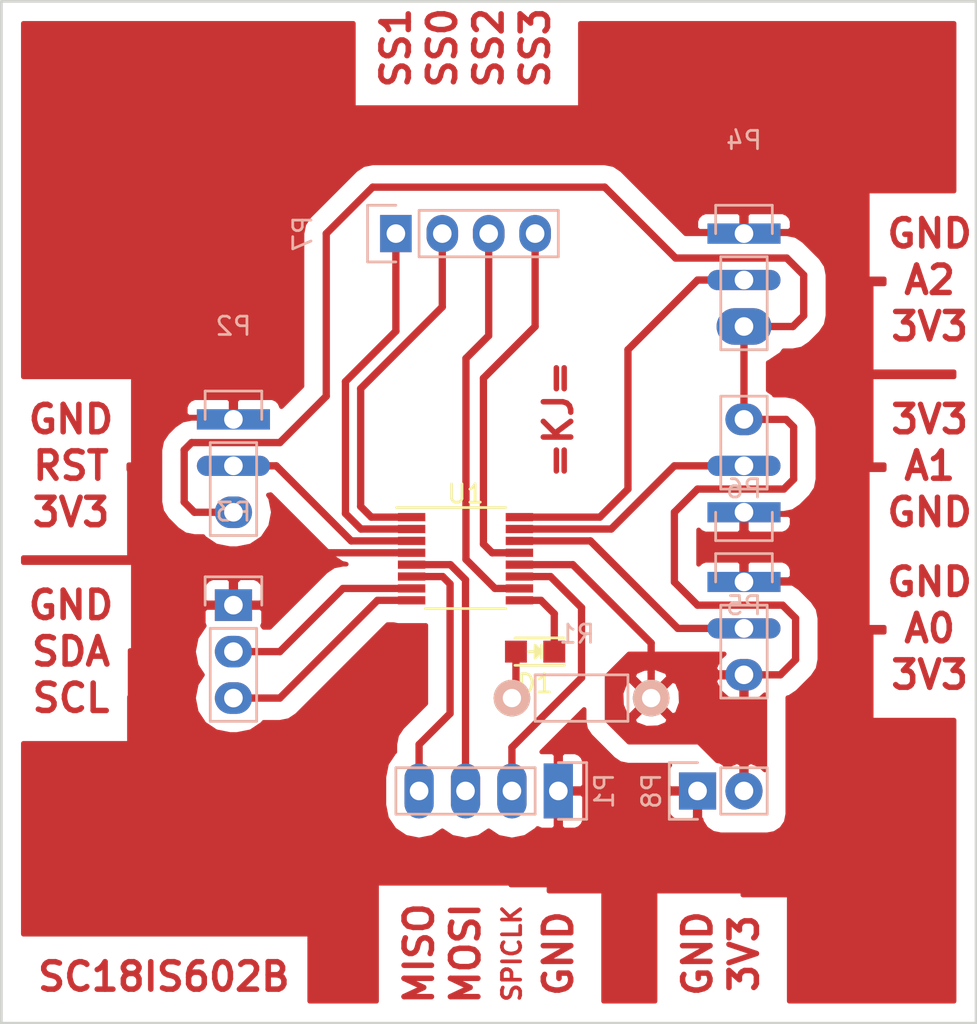
<source format=kicad_pcb>
(kicad_pcb (version 4) (host pcbnew 4.0.4+e1-6308~48~ubuntu16.04.1-stable)

  (general
    (links 28)
    (no_connects 0)
    (area 154.864999 73.584999 208.355001 129.615001)
    (thickness 1.6)
    (drawings 31)
    (tracks 106)
    (zones 0)
    (modules 11)
    (nets 18)
  )

  (page A4)
  (layers
    (0 F.Cu signal)
    (31 B.Cu signal)
    (32 B.Adhes user)
    (33 F.Adhes user)
    (34 B.Paste user)
    (35 F.Paste user)
    (36 B.SilkS user)
    (37 F.SilkS user)
    (38 B.Mask user)
    (39 F.Mask user)
    (40 Dwgs.User user)
    (41 Cmts.User user)
    (42 Eco1.User user)
    (43 Eco2.User user)
    (44 Edge.Cuts user)
    (45 Margin user)
    (46 B.CrtYd user)
    (47 F.CrtYd user)
    (48 B.Fab user)
    (49 F.Fab user)
  )

  (setup
    (last_trace_width 0.4)
    (user_trace_width 0.4)
    (user_trace_width 0.5)
    (user_trace_width 0.6)
    (user_trace_width 0.7)
    (trace_clearance 0.2)
    (zone_clearance 0.508)
    (zone_45_only no)
    (trace_min 0.2)
    (segment_width 0.2)
    (edge_width 0.15)
    (via_size 0.6)
    (via_drill 0.4)
    (via_min_size 0.4)
    (via_min_drill 0.3)
    (uvia_size 0.3)
    (uvia_drill 0.1)
    (uvias_allowed no)
    (uvia_min_size 0.2)
    (uvia_min_drill 0.1)
    (pcb_text_width 0.3)
    (pcb_text_size 1.5 1.5)
    (mod_edge_width 0.15)
    (mod_text_size 1 1)
    (mod_text_width 0.15)
    (pad_size 3 1.6)
    (pad_drill 1.016)
    (pad_to_mask_clearance 0.2)
    (aux_axis_origin 0 0)
    (visible_elements FFFCEF7F)
    (pcbplotparams
      (layerselection 0x01000_00000001)
      (usegerberextensions false)
      (excludeedgelayer true)
      (linewidth 0.100000)
      (plotframeref false)
      (viasonmask false)
      (mode 1)
      (useauxorigin false)
      (hpglpennumber 1)
      (hpglpenspeed 20)
      (hpglpendiameter 15)
      (hpglpenoverlay 2)
      (psnegative false)
      (psa4output false)
      (plotreference true)
      (plotvalue true)
      (plotinvisibletext false)
      (padsonsilk false)
      (subtractmaskfromsilk false)
      (outputformat 1)
      (mirror false)
      (drillshape 0)
      (scaleselection 1)
      (outputdirectory /media/mdh/KINGSTON/))
  )

  (net 0 "")
  (net 1 "Net-(D1-Pad2)")
  (net 2 GND)
  (net 3 +3V3)
  (net 4 /INT)
  (net 5 /Reset)
  (net 6 /SDA)
  (net 7 /SCL)
  (net 8 /A2)
  (net 9 /A1)
  (net 10 /A0)
  (net 11 /MISO)
  (net 12 /MOSI)
  (net 13 /SS1)
  (net 14 /SS0)
  (net 15 /SS3)
  (net 16 /SS2)
  (net 17 /SPICLK)

  (net_class Default "This is the default net class."
    (clearance 0.2)
    (trace_width 0.25)
    (via_dia 0.6)
    (via_drill 0.4)
    (uvia_dia 0.3)
    (uvia_drill 0.1)
    (add_net +3V3)
    (add_net /A0)
    (add_net /A1)
    (add_net /A2)
    (add_net /INT)
    (add_net /MISO)
    (add_net /MOSI)
    (add_net /Reset)
    (add_net /SCL)
    (add_net /SDA)
    (add_net /SPICLK)
    (add_net /SS0)
    (add_net /SS1)
    (add_net /SS2)
    (add_net /SS3)
    (add_net GND)
    (add_net "Net-(D1-Pad2)")
  )

  (module LEDs:LED_0805 (layer F.Cu) (tedit 55BDE1C2) (tstamp 5837FDF8)
    (at 184.15 109.22 180)
    (descr "LED 0805 smd package")
    (tags "LED 0805 SMD")
    (path /5837FAA8)
    (attr smd)
    (fp_text reference D1 (at 0 -1.75 180) (layer F.SilkS)
      (effects (font (size 1 1) (thickness 0.15)))
    )
    (fp_text value LED (at 0 1.75 180) (layer F.Fab)
      (effects (font (size 1 1) (thickness 0.15)))
    )
    (fp_line (start -0.4 -0.3) (end -0.4 0.3) (layer F.Fab) (width 0.15))
    (fp_line (start -0.3 0) (end 0 -0.3) (layer F.Fab) (width 0.15))
    (fp_line (start 0 0.3) (end -0.3 0) (layer F.Fab) (width 0.15))
    (fp_line (start 0 -0.3) (end 0 0.3) (layer F.Fab) (width 0.15))
    (fp_line (start 1 -0.6) (end -1 -0.6) (layer F.Fab) (width 0.15))
    (fp_line (start 1 0.6) (end 1 -0.6) (layer F.Fab) (width 0.15))
    (fp_line (start -1 0.6) (end 1 0.6) (layer F.Fab) (width 0.15))
    (fp_line (start -1 -0.6) (end -1 0.6) (layer F.Fab) (width 0.15))
    (fp_line (start -1.6 0.75) (end 1.1 0.75) (layer F.SilkS) (width 0.15))
    (fp_line (start -1.6 -0.75) (end 1.1 -0.75) (layer F.SilkS) (width 0.15))
    (fp_line (start -0.1 0.15) (end -0.1 -0.1) (layer F.SilkS) (width 0.15))
    (fp_line (start -0.1 -0.1) (end -0.25 0.05) (layer F.SilkS) (width 0.15))
    (fp_line (start -0.35 -0.35) (end -0.35 0.35) (layer F.SilkS) (width 0.15))
    (fp_line (start 0 0) (end 0.35 0) (layer F.SilkS) (width 0.15))
    (fp_line (start -0.35 0) (end 0 -0.35) (layer F.SilkS) (width 0.15))
    (fp_line (start 0 -0.35) (end 0 0.35) (layer F.SilkS) (width 0.15))
    (fp_line (start 0 0.35) (end -0.35 0) (layer F.SilkS) (width 0.15))
    (fp_line (start 1.9 -0.95) (end 1.9 0.95) (layer F.CrtYd) (width 0.05))
    (fp_line (start 1.9 0.95) (end -1.9 0.95) (layer F.CrtYd) (width 0.05))
    (fp_line (start -1.9 0.95) (end -1.9 -0.95) (layer F.CrtYd) (width 0.05))
    (fp_line (start -1.9 -0.95) (end 1.9 -0.95) (layer F.CrtYd) (width 0.05))
    (pad 2 smd rect (at 1.04902 0) (size 1.19888 1.19888) (layers F.Cu F.Paste F.Mask)
      (net 1 "Net-(D1-Pad2)"))
    (pad 1 smd rect (at -1.04902 0) (size 1.19888 1.19888) (layers F.Cu F.Paste F.Mask)
      (net 4 /INT))
    (model LEDs.3dshapes/LED_0805.wrl
      (at (xyz 0 0 0))
      (scale (xyz 1 1 1))
      (rotate (xyz 0 0 0))
    )
  )

  (module Pin_Headers:Pin_Header_Straight_1x02 (layer B.Cu) (tedit 54EA090C) (tstamp 5837FDFE)
    (at 193.04 116.84 270)
    (descr "Through hole pin header")
    (tags "pin header")
    (path /5838058D)
    (fp_text reference P1 (at 0 5.1 270) (layer B.SilkS)
      (effects (font (size 1 1) (thickness 0.15)) (justify mirror))
    )
    (fp_text value CONN_01X02 (at 0 3.1 270) (layer B.Fab)
      (effects (font (size 1 1) (thickness 0.15)) (justify mirror))
    )
    (fp_line (start 1.27 -1.27) (end 1.27 -3.81) (layer B.SilkS) (width 0.15))
    (fp_line (start 1.55 1.55) (end 1.55 0) (layer B.SilkS) (width 0.15))
    (fp_line (start -1.75 1.75) (end -1.75 -4.3) (layer B.CrtYd) (width 0.05))
    (fp_line (start 1.75 1.75) (end 1.75 -4.3) (layer B.CrtYd) (width 0.05))
    (fp_line (start -1.75 1.75) (end 1.75 1.75) (layer B.CrtYd) (width 0.05))
    (fp_line (start -1.75 -4.3) (end 1.75 -4.3) (layer B.CrtYd) (width 0.05))
    (fp_line (start 1.27 -1.27) (end -1.27 -1.27) (layer B.SilkS) (width 0.15))
    (fp_line (start -1.55 0) (end -1.55 1.55) (layer B.SilkS) (width 0.15))
    (fp_line (start -1.55 1.55) (end 1.55 1.55) (layer B.SilkS) (width 0.15))
    (fp_line (start -1.27 -1.27) (end -1.27 -3.81) (layer B.SilkS) (width 0.15))
    (fp_line (start -1.27 -3.81) (end 1.27 -3.81) (layer B.SilkS) (width 0.15))
    (pad 1 thru_hole rect (at 0 0 270) (size 2.032 2.032) (drill 1.016) (layers *.Cu *.Mask)
      (net 2 GND))
    (pad 2 thru_hole oval (at 0 -2.54 270) (size 2.032 2.032) (drill 1.016) (layers *.Cu *.Mask)
      (net 3 +3V3))
    (model Pin_Headers.3dshapes/Pin_Header_Straight_1x02.wrl
      (at (xyz 0 -0.05 0))
      (scale (xyz 1 1 1))
      (rotate (xyz 0 0 90))
    )
  )

  (module Pin_Headers:Pin_Header_Straight_1x03 (layer B.Cu) (tedit 5838088D) (tstamp 5837FE05)
    (at 167.64 96.52 180)
    (descr "Through hole pin header")
    (tags "pin header")
    (path /58380404)
    (fp_text reference P2 (at 0 5.1 180) (layer B.SilkS)
      (effects (font (size 1 1) (thickness 0.15)) (justify mirror))
    )
    (fp_text value CONN_01X03 (at 0 3.1 180) (layer B.Fab)
      (effects (font (size 1 1) (thickness 0.15)) (justify mirror))
    )
    (fp_line (start -1.75 1.75) (end -1.75 -6.85) (layer B.CrtYd) (width 0.05))
    (fp_line (start 1.75 1.75) (end 1.75 -6.85) (layer B.CrtYd) (width 0.05))
    (fp_line (start -1.75 1.75) (end 1.75 1.75) (layer B.CrtYd) (width 0.05))
    (fp_line (start -1.75 -6.85) (end 1.75 -6.85) (layer B.CrtYd) (width 0.05))
    (fp_line (start -1.27 -1.27) (end -1.27 -6.35) (layer B.SilkS) (width 0.15))
    (fp_line (start -1.27 -6.35) (end 1.27 -6.35) (layer B.SilkS) (width 0.15))
    (fp_line (start 1.27 -6.35) (end 1.27 -1.27) (layer B.SilkS) (width 0.15))
    (fp_line (start 1.55 1.55) (end 1.55 0) (layer B.SilkS) (width 0.15))
    (fp_line (start 1.27 -1.27) (end -1.27 -1.27) (layer B.SilkS) (width 0.15))
    (fp_line (start -1.55 0) (end -1.55 1.55) (layer B.SilkS) (width 0.15))
    (fp_line (start -1.55 1.55) (end 1.55 1.55) (layer B.SilkS) (width 0.15))
    (pad 1 thru_hole rect (at 0 0 180) (size 4 1.1) (drill 1.016) (layers *.Cu *.Mask)
      (net 2 GND))
    (pad 2 thru_hole oval (at 0 -2.54 180) (size 4 1.1) (drill 1.016) (layers *.Cu *.Mask)
      (net 5 /Reset))
    (pad 3 thru_hole oval (at 0 -5.08 180) (size 2.032 1.7272) (drill 1.016) (layers *.Cu *.Mask)
      (net 3 +3V3))
    (model Pin_Headers.3dshapes/Pin_Header_Straight_1x03.wrl
      (at (xyz 0 -0.1 0))
      (scale (xyz 1 1 1))
      (rotate (xyz 0 0 90))
    )
  )

  (module Pin_Headers:Pin_Header_Straight_1x03 (layer B.Cu) (tedit 0) (tstamp 5837FE0C)
    (at 167.64 106.68 180)
    (descr "Through hole pin header")
    (tags "pin header")
    (path /5837FD2E)
    (fp_text reference P3 (at 0 5.1 180) (layer B.SilkS)
      (effects (font (size 1 1) (thickness 0.15)) (justify mirror))
    )
    (fp_text value CONN_01X03 (at 0 3.1 180) (layer B.Fab)
      (effects (font (size 1 1) (thickness 0.15)) (justify mirror))
    )
    (fp_line (start -1.75 1.75) (end -1.75 -6.85) (layer B.CrtYd) (width 0.05))
    (fp_line (start 1.75 1.75) (end 1.75 -6.85) (layer B.CrtYd) (width 0.05))
    (fp_line (start -1.75 1.75) (end 1.75 1.75) (layer B.CrtYd) (width 0.05))
    (fp_line (start -1.75 -6.85) (end 1.75 -6.85) (layer B.CrtYd) (width 0.05))
    (fp_line (start -1.27 -1.27) (end -1.27 -6.35) (layer B.SilkS) (width 0.15))
    (fp_line (start -1.27 -6.35) (end 1.27 -6.35) (layer B.SilkS) (width 0.15))
    (fp_line (start 1.27 -6.35) (end 1.27 -1.27) (layer B.SilkS) (width 0.15))
    (fp_line (start 1.55 1.55) (end 1.55 0) (layer B.SilkS) (width 0.15))
    (fp_line (start 1.27 -1.27) (end -1.27 -1.27) (layer B.SilkS) (width 0.15))
    (fp_line (start -1.55 0) (end -1.55 1.55) (layer B.SilkS) (width 0.15))
    (fp_line (start -1.55 1.55) (end 1.55 1.55) (layer B.SilkS) (width 0.15))
    (pad 1 thru_hole rect (at 0 0 180) (size 2.032 1.7272) (drill 1.016) (layers *.Cu *.Mask)
      (net 2 GND))
    (pad 2 thru_hole oval (at 0 -2.54 180) (size 2.032 1.7272) (drill 1.016) (layers *.Cu *.Mask)
      (net 6 /SDA))
    (pad 3 thru_hole oval (at 0 -5.08 180) (size 2.032 1.7272) (drill 1.016) (layers *.Cu *.Mask)
      (net 7 /SCL))
    (model Pin_Headers.3dshapes/Pin_Header_Straight_1x03.wrl
      (at (xyz 0 -0.1 0))
      (scale (xyz 1 1 1))
      (rotate (xyz 0 0 90))
    )
  )

  (module Pin_Headers:Pin_Header_Straight_1x03 (layer B.Cu) (tedit 583808C8) (tstamp 5837FE13)
    (at 195.58 86.36 180)
    (descr "Through hole pin header")
    (tags "pin header")
    (path /5837FDF6)
    (fp_text reference P4 (at 0 5.1 180) (layer B.SilkS)
      (effects (font (size 1 1) (thickness 0.15)) (justify mirror))
    )
    (fp_text value CONN_01X03 (at 0 3.1 180) (layer B.Fab)
      (effects (font (size 1 1) (thickness 0.15)) (justify mirror))
    )
    (fp_line (start -1.75 1.75) (end -1.75 -6.85) (layer B.CrtYd) (width 0.05))
    (fp_line (start 1.75 1.75) (end 1.75 -6.85) (layer B.CrtYd) (width 0.05))
    (fp_line (start -1.75 1.75) (end 1.75 1.75) (layer B.CrtYd) (width 0.05))
    (fp_line (start -1.75 -6.85) (end 1.75 -6.85) (layer B.CrtYd) (width 0.05))
    (fp_line (start -1.27 -1.27) (end -1.27 -6.35) (layer B.SilkS) (width 0.15))
    (fp_line (start -1.27 -6.35) (end 1.27 -6.35) (layer B.SilkS) (width 0.15))
    (fp_line (start 1.27 -6.35) (end 1.27 -1.27) (layer B.SilkS) (width 0.15))
    (fp_line (start 1.55 1.55) (end 1.55 0) (layer B.SilkS) (width 0.15))
    (fp_line (start 1.27 -1.27) (end -1.27 -1.27) (layer B.SilkS) (width 0.15))
    (fp_line (start -1.55 0) (end -1.55 1.55) (layer B.SilkS) (width 0.15))
    (fp_line (start -1.55 1.55) (end 1.55 1.55) (layer B.SilkS) (width 0.15))
    (pad 1 thru_hole rect (at 0 0 180) (size 4 1.1) (drill 1.016) (layers *.Cu *.Mask)
      (net 2 GND))
    (pad 2 thru_hole oval (at 0 -2.54 180) (size 4 1.1) (drill 1.016) (layers *.Cu *.Mask)
      (net 8 /A2))
    (pad 3 thru_hole oval (at 0 -5.08 180) (size 3 2) (drill 1.016) (layers *.Cu *.Mask)
      (net 3 +3V3))
    (model Pin_Headers.3dshapes/Pin_Header_Straight_1x03.wrl
      (at (xyz 0 -0.1 0))
      (scale (xyz 1 1 1))
      (rotate (xyz 0 0 90))
    )
  )

  (module Pin_Headers:Pin_Header_Straight_1x03 (layer B.Cu) (tedit 58380826) (tstamp 5837FE1A)
    (at 195.58 101.6)
    (descr "Through hole pin header")
    (tags "pin header")
    (path /5837FE49)
    (fp_text reference P5 (at 0 5.1) (layer B.SilkS)
      (effects (font (size 1 1) (thickness 0.15)) (justify mirror))
    )
    (fp_text value CONN_01X03 (at 0 3.1) (layer B.Fab)
      (effects (font (size 1 1) (thickness 0.15)) (justify mirror))
    )
    (fp_line (start -1.75 1.75) (end -1.75 -6.85) (layer B.CrtYd) (width 0.05))
    (fp_line (start 1.75 1.75) (end 1.75 -6.85) (layer B.CrtYd) (width 0.05))
    (fp_line (start -1.75 1.75) (end 1.75 1.75) (layer B.CrtYd) (width 0.05))
    (fp_line (start -1.75 -6.85) (end 1.75 -6.85) (layer B.CrtYd) (width 0.05))
    (fp_line (start -1.27 -1.27) (end -1.27 -6.35) (layer B.SilkS) (width 0.15))
    (fp_line (start -1.27 -6.35) (end 1.27 -6.35) (layer B.SilkS) (width 0.15))
    (fp_line (start 1.27 -6.35) (end 1.27 -1.27) (layer B.SilkS) (width 0.15))
    (fp_line (start 1.55 1.55) (end 1.55 0) (layer B.SilkS) (width 0.15))
    (fp_line (start 1.27 -1.27) (end -1.27 -1.27) (layer B.SilkS) (width 0.15))
    (fp_line (start -1.55 0) (end -1.55 1.55) (layer B.SilkS) (width 0.15))
    (fp_line (start -1.55 1.55) (end 1.55 1.55) (layer B.SilkS) (width 0.15))
    (pad 1 thru_hole rect (at 0 0) (size 4 1.1) (drill 1.016) (layers *.Cu *.Mask)
      (net 2 GND))
    (pad 2 thru_hole oval (at 0 -2.54) (size 4 1.1) (drill 1.016) (layers *.Cu *.Mask)
      (net 9 /A1))
    (pad 3 thru_hole oval (at 0 -5.08) (size 2.032 1.7272) (drill 1.016) (layers *.Cu *.Mask)
      (net 3 +3V3))
    (model Pin_Headers.3dshapes/Pin_Header_Straight_1x03.wrl
      (at (xyz 0 -0.1 0))
      (scale (xyz 1 1 1))
      (rotate (xyz 0 0 90))
    )
  )

  (module Pin_Headers:Pin_Header_Straight_1x03 (layer B.Cu) (tedit 5838080C) (tstamp 5837FE21)
    (at 195.58 105.41 180)
    (descr "Through hole pin header")
    (tags "pin header")
    (path /5837FE8D)
    (fp_text reference P6 (at 0 5.1 180) (layer B.SilkS)
      (effects (font (size 1 1) (thickness 0.15)) (justify mirror))
    )
    (fp_text value CONN_01X03 (at 0 3.1 180) (layer B.Fab)
      (effects (font (size 1 1) (thickness 0.15)) (justify mirror))
    )
    (fp_line (start -1.75 1.75) (end -1.75 -6.85) (layer B.CrtYd) (width 0.05))
    (fp_line (start 1.75 1.75) (end 1.75 -6.85) (layer B.CrtYd) (width 0.05))
    (fp_line (start -1.75 1.75) (end 1.75 1.75) (layer B.CrtYd) (width 0.05))
    (fp_line (start -1.75 -6.85) (end 1.75 -6.85) (layer B.CrtYd) (width 0.05))
    (fp_line (start -1.27 -1.27) (end -1.27 -6.35) (layer B.SilkS) (width 0.15))
    (fp_line (start -1.27 -6.35) (end 1.27 -6.35) (layer B.SilkS) (width 0.15))
    (fp_line (start 1.27 -6.35) (end 1.27 -1.27) (layer B.SilkS) (width 0.15))
    (fp_line (start 1.55 1.55) (end 1.55 0) (layer B.SilkS) (width 0.15))
    (fp_line (start 1.27 -1.27) (end -1.27 -1.27) (layer B.SilkS) (width 0.15))
    (fp_line (start -1.55 0) (end -1.55 1.55) (layer B.SilkS) (width 0.15))
    (fp_line (start -1.55 1.55) (end 1.55 1.55) (layer B.SilkS) (width 0.15))
    (pad 1 thru_hole rect (at 0 0 180) (size 4 1.1) (drill 1.016) (layers *.Cu *.Mask)
      (net 2 GND))
    (pad 2 thru_hole oval (at 0 -2.54 180) (size 4 1.1) (drill 1.016) (layers *.Cu *.Mask)
      (net 10 /A0))
    (pad 3 thru_hole oval (at 0 -5.08 180) (size 2.032 1.7272) (drill 1.016) (layers *.Cu *.Mask)
      (net 3 +3V3))
    (model Pin_Headers.3dshapes/Pin_Header_Straight_1x03.wrl
      (at (xyz 0 -0.1 0))
      (scale (xyz 1 1 1))
      (rotate (xyz 0 0 90))
    )
  )

  (module Pin_Headers:Pin_Header_Straight_1x04 (layer B.Cu) (tedit 0) (tstamp 5837FE29)
    (at 176.53 86.36 270)
    (descr "Through hole pin header")
    (tags "pin header")
    (path /5837FB6B)
    (fp_text reference P7 (at 0 5.1 270) (layer B.SilkS)
      (effects (font (size 1 1) (thickness 0.15)) (justify mirror))
    )
    (fp_text value CONN_01X04 (at 0 3.1 270) (layer B.Fab)
      (effects (font (size 1 1) (thickness 0.15)) (justify mirror))
    )
    (fp_line (start -1.75 1.75) (end -1.75 -9.4) (layer B.CrtYd) (width 0.05))
    (fp_line (start 1.75 1.75) (end 1.75 -9.4) (layer B.CrtYd) (width 0.05))
    (fp_line (start -1.75 1.75) (end 1.75 1.75) (layer B.CrtYd) (width 0.05))
    (fp_line (start -1.75 -9.4) (end 1.75 -9.4) (layer B.CrtYd) (width 0.05))
    (fp_line (start -1.27 -1.27) (end -1.27 -8.89) (layer B.SilkS) (width 0.15))
    (fp_line (start 1.27 -1.27) (end 1.27 -8.89) (layer B.SilkS) (width 0.15))
    (fp_line (start 1.55 1.55) (end 1.55 0) (layer B.SilkS) (width 0.15))
    (fp_line (start -1.27 -8.89) (end 1.27 -8.89) (layer B.SilkS) (width 0.15))
    (fp_line (start 1.27 -1.27) (end -1.27 -1.27) (layer B.SilkS) (width 0.15))
    (fp_line (start -1.55 0) (end -1.55 1.55) (layer B.SilkS) (width 0.15))
    (fp_line (start -1.55 1.55) (end 1.55 1.55) (layer B.SilkS) (width 0.15))
    (pad 1 thru_hole rect (at 0 0 270) (size 2.032 1.7272) (drill 1.016) (layers *.Cu *.Mask)
      (net 13 /SS1))
    (pad 2 thru_hole oval (at 0 -2.54 270) (size 2.032 1.7272) (drill 1.016) (layers *.Cu *.Mask)
      (net 14 /SS0))
    (pad 3 thru_hole oval (at 0 -5.08 270) (size 2.032 1.7272) (drill 1.016) (layers *.Cu *.Mask)
      (net 16 /SS2))
    (pad 4 thru_hole oval (at 0 -7.62 270) (size 2.032 1.7272) (drill 1.016) (layers *.Cu *.Mask)
      (net 15 /SS3))
    (model Pin_Headers.3dshapes/Pin_Header_Straight_1x04.wrl
      (at (xyz 0 -0.15 0))
      (scale (xyz 1 1 1))
      (rotate (xyz 0 0 90))
    )
  )

  (module Pin_Headers:Pin_Header_Straight_1x04 (layer B.Cu) (tedit 5838091F) (tstamp 5837FE31)
    (at 185.42 116.84 90)
    (descr "Through hole pin header")
    (tags "pin header")
    (path /58380807)
    (fp_text reference P8 (at 0 5.1 90) (layer B.SilkS)
      (effects (font (size 1 1) (thickness 0.15)) (justify mirror))
    )
    (fp_text value CONN_01X04 (at 0 3.1 90) (layer B.Fab)
      (effects (font (size 1 1) (thickness 0.15)) (justify mirror))
    )
    (fp_line (start -1.75 1.75) (end -1.75 -9.4) (layer B.CrtYd) (width 0.05))
    (fp_line (start 1.75 1.75) (end 1.75 -9.4) (layer B.CrtYd) (width 0.05))
    (fp_line (start -1.75 1.75) (end 1.75 1.75) (layer B.CrtYd) (width 0.05))
    (fp_line (start -1.75 -9.4) (end 1.75 -9.4) (layer B.CrtYd) (width 0.05))
    (fp_line (start -1.27 -1.27) (end -1.27 -8.89) (layer B.SilkS) (width 0.15))
    (fp_line (start 1.27 -1.27) (end 1.27 -8.89) (layer B.SilkS) (width 0.15))
    (fp_line (start 1.55 1.55) (end 1.55 0) (layer B.SilkS) (width 0.15))
    (fp_line (start -1.27 -8.89) (end 1.27 -8.89) (layer B.SilkS) (width 0.15))
    (fp_line (start 1.27 -1.27) (end -1.27 -1.27) (layer B.SilkS) (width 0.15))
    (fp_line (start -1.55 0) (end -1.55 1.55) (layer B.SilkS) (width 0.15))
    (fp_line (start -1.55 1.55) (end 1.55 1.55) (layer B.SilkS) (width 0.15))
    (pad 1 thru_hole rect (at 0 0 90) (size 3 1.6) (drill 1.016) (layers *.Cu *.Mask)
      (net 2 GND))
    (pad 2 thru_hole oval (at 0 -2.54 90) (size 3 1.6) (drill 1.016) (layers *.Cu *.Mask)
      (net 17 /SPICLK))
    (pad 3 thru_hole oval (at 0 -5.08 90) (size 3 1.6) (drill 1.016) (layers *.Cu *.Mask)
      (net 12 /MOSI))
    (pad 4 thru_hole oval (at 0 -7.62 90) (size 3 1.6) (drill 1.016) (layers *.Cu *.Mask)
      (net 11 /MISO))
    (model Pin_Headers.3dshapes/Pin_Header_Straight_1x04.wrl
      (at (xyz 0 -0.15 0))
      (scale (xyz 1 1 1))
      (rotate (xyz 0 0 90))
    )
  )

  (module Resistors_ThroughHole:Resistor_Horizontal_RM7mm (layer B.Cu) (tedit 569FCF07) (tstamp 5837FE37)
    (at 190.5 111.76 180)
    (descr "Resistor, Axial,  RM 7.62mm, 1/3W,")
    (tags "Resistor Axial RM 7.62mm 1/3W R3")
    (path /5837FAF5)
    (fp_text reference R1 (at 4.05892 3.50012 180) (layer B.SilkS)
      (effects (font (size 1 1) (thickness 0.15)) (justify mirror))
    )
    (fp_text value R (at 3.81 -3.81 180) (layer B.Fab)
      (effects (font (size 1 1) (thickness 0.15)) (justify mirror))
    )
    (fp_line (start -1.25 1.5) (end 8.85 1.5) (layer B.CrtYd) (width 0.05))
    (fp_line (start -1.25 -1.5) (end -1.25 1.5) (layer B.CrtYd) (width 0.05))
    (fp_line (start 8.85 1.5) (end 8.85 -1.5) (layer B.CrtYd) (width 0.05))
    (fp_line (start -1.25 -1.5) (end 8.85 -1.5) (layer B.CrtYd) (width 0.05))
    (fp_line (start 1.27 1.27) (end 6.35 1.27) (layer B.SilkS) (width 0.15))
    (fp_line (start 6.35 1.27) (end 6.35 -1.27) (layer B.SilkS) (width 0.15))
    (fp_line (start 6.35 -1.27) (end 1.27 -1.27) (layer B.SilkS) (width 0.15))
    (fp_line (start 1.27 -1.27) (end 1.27 1.27) (layer B.SilkS) (width 0.15))
    (pad 1 thru_hole circle (at 0 0 180) (size 1.99898 1.99898) (drill 1.00076) (layers *.Cu *.SilkS *.Mask)
      (net 3 +3V3))
    (pad 2 thru_hole circle (at 7.62 0 180) (size 1.99898 1.99898) (drill 1.00076) (layers *.Cu *.SilkS *.Mask)
      (net 1 "Net-(D1-Pad2)"))
  )

  (module Housings_SSOP:TSSOP-16_4.4x5mm_Pitch0.65mm (layer F.Cu) (tedit 54130A77) (tstamp 5837FE4B)
    (at 180.34 104.14)
    (descr "16-Lead Plastic Thin Shrink Small Outline (ST)-4.4 mm Body [TSSOP] (see Microchip Packaging Specification 00000049BS.pdf)")
    (tags "SSOP 0.65")
    (path /5837F75B)
    (attr smd)
    (fp_text reference U1 (at 0 -3.55) (layer F.SilkS)
      (effects (font (size 1 1) (thickness 0.15)))
    )
    (fp_text value SC18IS602B (at 0 3.55) (layer F.Fab)
      (effects (font (size 1 1) (thickness 0.15)))
    )
    (fp_line (start -1.2 -2.5) (end 2.2 -2.5) (layer F.Fab) (width 0.15))
    (fp_line (start 2.2 -2.5) (end 2.2 2.5) (layer F.Fab) (width 0.15))
    (fp_line (start 2.2 2.5) (end -2.2 2.5) (layer F.Fab) (width 0.15))
    (fp_line (start -2.2 2.5) (end -2.2 -1.5) (layer F.Fab) (width 0.15))
    (fp_line (start -2.2 -1.5) (end -1.2 -2.5) (layer F.Fab) (width 0.15))
    (fp_line (start -3.95 -2.9) (end -3.95 2.8) (layer F.CrtYd) (width 0.05))
    (fp_line (start 3.95 -2.9) (end 3.95 2.8) (layer F.CrtYd) (width 0.05))
    (fp_line (start -3.95 -2.9) (end 3.95 -2.9) (layer F.CrtYd) (width 0.05))
    (fp_line (start -3.95 2.8) (end 3.95 2.8) (layer F.CrtYd) (width 0.05))
    (fp_line (start -2.2 2.725) (end 2.2 2.725) (layer F.SilkS) (width 0.15))
    (fp_line (start -3.775 -2.8) (end 2.2 -2.8) (layer F.SilkS) (width 0.15))
    (pad 1 smd rect (at -2.95 -2.275) (size 1.5 0.45) (layers F.Cu F.Paste F.Mask)
      (net 14 /SS0))
    (pad 2 smd rect (at -2.95 -1.625) (size 1.5 0.45) (layers F.Cu F.Paste F.Mask)
      (net 13 /SS1))
    (pad 3 smd rect (at -2.95 -0.975) (size 1.5 0.45) (layers F.Cu F.Paste F.Mask)
      (net 5 /Reset))
    (pad 4 smd rect (at -2.95 -0.325) (size 1.5 0.45) (layers F.Cu F.Paste F.Mask)
      (net 2 GND))
    (pad 5 smd rect (at -2.95 0.325) (size 1.5 0.45) (layers F.Cu F.Paste F.Mask)
      (net 12 /MOSI))
    (pad 6 smd rect (at -2.95 0.975) (size 1.5 0.45) (layers F.Cu F.Paste F.Mask)
      (net 11 /MISO))
    (pad 7 smd rect (at -2.95 1.625) (size 1.5 0.45) (layers F.Cu F.Paste F.Mask)
      (net 6 /SDA))
    (pad 8 smd rect (at -2.95 2.275) (size 1.5 0.45) (layers F.Cu F.Paste F.Mask)
      (net 7 /SCL))
    (pad 9 smd rect (at 2.95 2.275) (size 1.5 0.45) (layers F.Cu F.Paste F.Mask)
      (net 4 /INT))
    (pad 10 smd rect (at 2.95 1.625) (size 1.5 0.45) (layers F.Cu F.Paste F.Mask)
      (net 16 /SS2))
    (pad 11 smd rect (at 2.95 0.975) (size 1.5 0.45) (layers F.Cu F.Paste F.Mask)
      (net 17 /SPICLK))
    (pad 12 smd rect (at 2.95 0.325) (size 1.5 0.45) (layers F.Cu F.Paste F.Mask)
      (net 3 +3V3))
    (pad 13 smd rect (at 2.95 -0.325) (size 1.5 0.45) (layers F.Cu F.Paste F.Mask)
      (net 15 /SS3))
    (pad 14 smd rect (at 2.95 -0.975) (size 1.5 0.45) (layers F.Cu F.Paste F.Mask)
      (net 10 /A0))
    (pad 15 smd rect (at 2.95 -1.625) (size 1.5 0.45) (layers F.Cu F.Paste F.Mask)
      (net 9 /A1))
    (pad 16 smd rect (at 2.95 -2.275) (size 1.5 0.45) (layers F.Cu F.Paste F.Mask)
      (net 8 /A2))
    (model Housings_SSOP.3dshapes/TSSOP-16_4.4x5mm_Pitch0.65mm.wrl
      (at (xyz 0 0 0))
      (scale (xyz 1 1 1))
      (rotate (xyz 0 0 0))
    )
  )

  (gr_text SC18IS602B (at 163.83 127) (layer F.Cu) (tstamp 58380D2C)
    (effects (font (size 1.5 1.5) (thickness 0.3)))
  )
  (gr_text =KJ= (at 185.42 96.52 90) (layer F.Cu)
    (effects (font (size 1.5 1.5) (thickness 0.3)))
  )
  (gr_line (start 208.28 129.54) (end 208.28 73.66) (layer Edge.Cuts) (width 0.15))
  (gr_line (start 154.94 129.54) (end 208.28 129.54) (layer Edge.Cuts) (width 0.15))
  (gr_line (start 154.94 73.66) (end 154.94 129.54) (layer Edge.Cuts) (width 0.15))
  (gr_line (start 208.28 73.66) (end 154.94 73.66) (layer Edge.Cuts) (width 0.15))
  (gr_text SS3 (at 184.15 76.2 90) (layer F.Cu) (tstamp 58380AAB)
    (effects (font (size 1.5 1.5) (thickness 0.3)))
  )
  (gr_text SS2 (at 181.61 76.2 90) (layer F.Cu) (tstamp 58380AAA)
    (effects (font (size 1.5 1.5) (thickness 0.3)))
  )
  (gr_text SS0 (at 179.07 76.2 90) (layer F.Cu) (tstamp 58380AA9)
    (effects (font (size 1.5 1.5) (thickness 0.3)))
  )
  (gr_text SS1 (at 176.53 76.2 90) (layer F.Cu) (tstamp 58380AA2)
    (effects (font (size 1.5 1.5) (thickness 0.3)))
  )
  (gr_text GND (at 158.75 106.68) (layer F.Cu) (tstamp 58380A9E)
    (effects (font (size 1.5 1.5) (thickness 0.3)))
  )
  (gr_text SCL (at 158.75 111.76) (layer F.Cu) (tstamp 58380A99)
    (effects (font (size 1.5 1.5) (thickness 0.3)))
  )
  (gr_text SDA (at 158.75 109.22) (layer F.Cu) (tstamp 58380A94)
    (effects (font (size 1.5 1.5) (thickness 0.3)))
  )
  (gr_text 3V3 (at 195.58 125.73 90) (layer F.Cu) (tstamp 58380A8E)
    (effects (font (size 1.5 1.5) (thickness 0.3)))
  )
  (gr_text SPICLK (at 182.88 125.73 90) (layer F.Cu) (tstamp 58380A75)
    (effects (font (size 1 1) (thickness 0.2)))
  )
  (gr_text MISO (at 177.8 125.73 90) (layer F.Cu) (tstamp 58380A44)
    (effects (font (size 1.5 1.5) (thickness 0.3)))
  )
  (gr_text MOSI (at 180.34 125.73 90) (layer F.Cu) (tstamp 58380A3E)
    (effects (font (size 1.5 1.5) (thickness 0.3)))
  )
  (gr_text GND (at 185.42 125.73 90) (layer F.Cu) (tstamp 58380A37)
    (effects (font (size 1.5 1.5) (thickness 0.3)))
  )
  (gr_text GND (at 193.04 125.73 90) (layer F.Cu) (tstamp 58380A34)
    (effects (font (size 1.5 1.5) (thickness 0.3)))
  )
  (gr_text GND (at 205.74 101.6) (layer F.Cu) (tstamp 58380A33)
    (effects (font (size 1.5 1.5) (thickness 0.3)))
  )
  (gr_text RST (at 158.75 99.06) (layer F.Cu) (tstamp 58380A2B)
    (effects (font (size 1.5 1.5) (thickness 0.3)))
  )
  (gr_text 3V3 (at 158.75 101.6) (layer F.Cu) (tstamp 58380A27)
    (effects (font (size 1.5 1.5) (thickness 0.3)))
  )
  (gr_text 3V3 (at 205.74 96.52) (layer F.Cu) (tstamp 58380A26)
    (effects (font (size 1.5 1.5) (thickness 0.3)))
  )
  (gr_text 3V3 (at 205.74 110.49) (layer F.Cu) (tstamp 58380A15)
    (effects (font (size 1.5 1.5) (thickness 0.3)))
  )
  (gr_text GND (at 205.74 105.41) (layer F.Cu) (tstamp 58380A13)
    (effects (font (size 1.5 1.5) (thickness 0.3)))
  )
  (gr_text A0 (at 205.74 107.95) (layer F.Cu) (tstamp 58380A0D)
    (effects (font (size 1.5 1.5) (thickness 0.3)))
  )
  (gr_text A1 (at 205.74 99.06) (layer F.Cu) (tstamp 58380A05)
    (effects (font (size 1.5 1.5) (thickness 0.3)))
  )
  (gr_text GND (at 158.75 96.52) (layer F.Cu) (tstamp 58380A00)
    (effects (font (size 1.5 1.5) (thickness 0.3)))
  )
  (gr_text 3V3 (at 205.74 91.44) (layer F.Cu) (tstamp 583809EE)
    (effects (font (size 1.5 1.5) (thickness 0.3)))
  )
  (gr_text A2 (at 205.74 88.9) (layer F.Cu) (tstamp 583809E7)
    (effects (font (size 1.5 1.5) (thickness 0.3)))
  )
  (gr_text GND (at 205.74 86.36) (layer F.Cu)
    (effects (font (size 1.5 1.5) (thickness 0.3)))
  )

  (segment (start 183.10098 109.22) (end 183.10098 111.53902) (width 0.4) (layer F.Cu) (net 1))
  (segment (start 183.10098 111.53902) (end 182.88 111.76) (width 0.4) (layer F.Cu) (net 1))
  (segment (start 193.04 116.84) (end 193.04 119.38) (width 0.4) (layer F.Cu) (net 2))
  (segment (start 193.04 119.38) (end 198.12 119.38) (width 0.4) (layer F.Cu) (net 2))
  (segment (start 198.12 119.38) (end 198.12 116.84) (width 0.4) (layer F.Cu) (net 2))
  (segment (start 198.12 116.84) (end 200.66 114.3) (width 0.4) (layer F.Cu) (net 2))
  (segment (start 200.66 114.3) (end 200.66 104.14) (width 0.4) (layer F.Cu) (net 2))
  (segment (start 200.66 104.14) (end 199.39 105.41) (width 0.4) (layer F.Cu) (net 2))
  (segment (start 199.39 105.41) (end 195.58 105.41) (width 0.4) (layer F.Cu) (net 2))
  (segment (start 195.58 101.6) (end 195.58 105.41) (width 0.4) (layer F.Cu) (net 2))
  (segment (start 193.04 116.84) (end 187.96 116.84) (width 0.4) (layer F.Cu) (net 2))
  (segment (start 193.04 116.84) (end 190.5 116.84) (width 0.4) (layer F.Cu) (net 2))
  (segment (start 167.64 96.52) (end 167.64 91.44) (width 0.4) (layer F.Cu) (net 2))
  (segment (start 177.39 103.815) (end 169.2414 103.815) (width 0.4) (layer F.Cu) (net 2))
  (segment (start 167.64 105.4164) (end 167.64 106.68) (width 0.4) (layer F.Cu) (net 2))
  (segment (start 169.2414 103.815) (end 167.64 105.4164) (width 0.4) (layer F.Cu) (net 2))
  (segment (start 195.58 110.49) (end 197.570298 110.49) (width 0.4) (layer F.Cu) (net 3))
  (segment (start 197.570298 110.49) (end 198.404307 109.655991) (width 0.4) (layer F.Cu) (net 3))
  (segment (start 198.404307 109.655991) (end 198.404307 107.393916) (width 0.4) (layer F.Cu) (net 3))
  (segment (start 198.404307 107.393916) (end 197.690391 106.68) (width 0.4) (layer F.Cu) (net 3))
  (segment (start 197.690391 106.68) (end 193.04 106.68) (width 0.4) (layer F.Cu) (net 3))
  (segment (start 191.77 105.41) (end 191.77 101.6) (width 0.4) (layer F.Cu) (net 3))
  (segment (start 197.761081 100.33) (end 198.298592 99.792489) (width 0.4) (layer F.Cu) (net 3))
  (segment (start 193.04 106.68) (end 191.77 105.41) (width 0.4) (layer F.Cu) (net 3))
  (segment (start 193.04 100.33) (end 197.761081 100.33) (width 0.4) (layer F.Cu) (net 3))
  (segment (start 198.298592 96.939147) (end 197.879445 96.52) (width 0.4) (layer F.Cu) (net 3))
  (segment (start 191.77 101.6) (end 193.04 100.33) (width 0.4) (layer F.Cu) (net 3))
  (segment (start 198.298592 99.792489) (end 198.298592 96.939147) (width 0.4) (layer F.Cu) (net 3))
  (segment (start 197.879445 96.52) (end 195.58 96.52) (width 0.4) (layer F.Cu) (net 3))
  (segment (start 195.58 91.44) (end 198.256987 91.44) (width 0.4) (layer F.Cu) (net 3))
  (segment (start 198.256987 91.44) (end 198.847132 90.849855) (width 0.4) (layer F.Cu) (net 3))
  (segment (start 198.847132 90.849855) (end 198.847132 88.625205) (width 0.4) (layer F.Cu) (net 3))
  (segment (start 198.847132 88.625205) (end 197.918017 87.69609) (width 0.4) (layer F.Cu) (net 3))
  (segment (start 197.918017 87.69609) (end 191.83609 87.69609) (width 0.4) (layer F.Cu) (net 3))
  (segment (start 191.83609 87.69609) (end 187.96 83.82) (width 0.4) (layer F.Cu) (net 3))
  (segment (start 187.96 83.82) (end 175.26 83.82) (width 0.4) (layer F.Cu) (net 3))
  (segment (start 175.26 83.82) (end 172.72 86.36) (width 0.4) (layer F.Cu) (net 3))
  (segment (start 170.18 97.79) (end 165.349672 97.79) (width 0.4) (layer F.Cu) (net 3))
  (segment (start 172.72 86.36) (end 172.72 95.25) (width 0.4) (layer F.Cu) (net 3))
  (segment (start 172.72 95.25) (end 170.18 97.79) (width 0.4) (layer F.Cu) (net 3))
  (segment (start 165.349672 97.79) (end 164.945187 98.194485) (width 0.4) (layer F.Cu) (net 3))
  (segment (start 165.504293 101.6) (end 167.4876 101.6) (width 0.4) (layer F.Cu) (net 3))
  (segment (start 164.945187 98.194485) (end 164.945187 101.040894) (width 0.4) (layer F.Cu) (net 3))
  (segment (start 164.945187 101.040894) (end 165.504293 101.6) (width 0.4) (layer F.Cu) (net 3))
  (segment (start 167.4876 101.6) (end 167.64 101.6) (width 0.4) (layer F.Cu) (net 3))
  (segment (start 195.58 91.44) (end 195.58 96.52) (width 0.4) (layer F.Cu) (net 3))
  (segment (start 183.29 104.465) (end 186.212427 104.465) (width 0.4) (layer F.Cu) (net 3))
  (segment (start 186.212427 104.465) (end 190.5 108.752573) (width 0.4) (layer F.Cu) (net 3))
  (segment (start 190.5 108.752573) (end 190.5 110.346508) (width 0.4) (layer F.Cu) (net 3))
  (segment (start 190.5 110.346508) (end 190.5 111.76) (width 0.4) (layer F.Cu) (net 3))
  (segment (start 183.29 106.415) (end 184.46666 106.415) (width 0.4) (layer F.Cu) (net 4))
  (segment (start 184.46666 106.415) (end 185.19902 107.14736) (width 0.4) (layer F.Cu) (net 4))
  (segment (start 185.19902 107.14736) (end 185.19902 109.22) (width 0.4) (layer F.Cu) (net 4))
  (segment (start 177.39 103.165) (end 174.086034 103.165) (width 0.4) (layer F.Cu) (net 5))
  (segment (start 174.086034 103.165) (end 169.981034 99.06) (width 0.4) (layer F.Cu) (net 5))
  (segment (start 169.981034 99.06) (end 167.64 99.06) (width 0.4) (layer F.Cu) (net 5))
  (segment (start 173.635 105.765) (end 170.18 109.22) (width 0.4) (layer F.Cu) (net 6))
  (segment (start 170.18 109.22) (end 167.64 109.22) (width 0.4) (layer F.Cu) (net 6))
  (segment (start 177.39 105.765) (end 173.635 105.765) (width 0.4) (layer F.Cu) (net 6))
  (segment (start 175.525 106.415) (end 170.18 111.76) (width 0.4) (layer F.Cu) (net 7))
  (segment (start 170.18 111.76) (end 167.64 111.76) (width 0.4) (layer F.Cu) (net 7))
  (segment (start 177.39 106.415) (end 175.525 106.415) (width 0.4) (layer F.Cu) (net 7))
  (segment (start 195.58 88.9) (end 193.04 88.9) (width 0.4) (layer F.Cu) (net 8))
  (segment (start 187.695 101.865) (end 183.29 101.865) (width 0.4) (layer F.Cu) (net 8))
  (segment (start 193.04 88.9) (end 189.23 92.71) (width 0.4) (layer F.Cu) (net 8))
  (segment (start 189.23 92.71) (end 189.23 100.33) (width 0.4) (layer F.Cu) (net 8))
  (segment (start 189.23 100.33) (end 187.695 101.865) (width 0.4) (layer F.Cu) (net 8))
  (segment (start 195.58 99.06) (end 191.77 99.06) (width 0.4) (layer F.Cu) (net 9))
  (segment (start 191.77 99.06) (end 188.315 102.515) (width 0.4) (layer F.Cu) (net 9))
  (segment (start 188.315 102.515) (end 183.29 102.515) (width 0.4) (layer F.Cu) (net 9))
  (segment (start 195.58 107.95) (end 191.959111 107.95) (width 0.4) (layer F.Cu) (net 10))
  (segment (start 191.959111 107.95) (end 187.174111 103.165) (width 0.4) (layer F.Cu) (net 10))
  (segment (start 187.174111 103.165) (end 183.29 103.165) (width 0.4) (layer F.Cu) (net 10))
  (segment (start 177.39 105.115) (end 179.090005 105.115) (width 0.4) (layer F.Cu) (net 11))
  (segment (start 179.090005 105.115) (end 179.495233 105.520228) (width 0.4) (layer F.Cu) (net 11))
  (segment (start 179.495233 105.520228) (end 179.495233 112.604767) (width 0.4) (layer F.Cu) (net 11))
  (segment (start 179.495233 112.604767) (end 177.8 114.3) (width 0.4) (layer F.Cu) (net 11))
  (segment (start 177.8 114.3) (end 177.8 116.84) (width 0.4) (layer F.Cu) (net 11))
  (segment (start 180.34 116.84) (end 180.34 105.291582) (width 0.4) (layer F.Cu) (net 12))
  (segment (start 180.34 105.291582) (end 179.513418 104.465) (width 0.4) (layer F.Cu) (net 12))
  (segment (start 179.513418 104.465) (end 177.39 104.465) (width 0.4) (layer F.Cu) (net 12))
  (segment (start 176.53 86.36) (end 176.53 91.694289) (width 0.4) (layer F.Cu) (net 13))
  (segment (start 176.53 91.694289) (end 173.771413 94.452876) (width 0.4) (layer F.Cu) (net 13))
  (segment (start 173.771413 94.452876) (end 173.771413 101.669513) (width 0.4) (layer F.Cu) (net 13))
  (segment (start 173.771413 101.669513) (end 174.6169 102.515) (width 0.4) (layer F.Cu) (net 13))
  (segment (start 174.6169 102.515) (end 177.39 102.515) (width 0.4) (layer F.Cu) (net 13))
  (segment (start 179.07 86.36) (end 179.07 90.368316) (width 0.4) (layer F.Cu) (net 14))
  (segment (start 179.07 90.368316) (end 174.603197 94.835119) (width 0.4) (layer F.Cu) (net 14))
  (segment (start 174.603197 94.835119) (end 174.603197 101.282636) (width 0.4) (layer F.Cu) (net 14))
  (segment (start 174.603197 101.282636) (end 175.185561 101.865) (width 0.4) (layer F.Cu) (net 14))
  (segment (start 175.185561 101.865) (end 177.39 101.865) (width 0.4) (layer F.Cu) (net 14))
  (segment (start 183.29 103.815) (end 181.799885 103.815) (width 0.4) (layer F.Cu) (net 15))
  (segment (start 181.799885 103.815) (end 181.32173 103.336845) (width 0.4) (layer F.Cu) (net 15))
  (segment (start 181.32173 103.336845) (end 181.32173 94.26827) (width 0.4) (layer F.Cu) (net 15))
  (segment (start 184.15 91.44) (end 184.15 86.36) (width 0.4) (layer F.Cu) (net 15))
  (segment (start 181.32173 94.26827) (end 184.15 91.44) (width 0.4) (layer F.Cu) (net 15))
  (segment (start 181.61 86.36) (end 181.61 91.938371) (width 0.4) (layer F.Cu) (net 16))
  (segment (start 181.61 91.938371) (end 180.365286 93.183085) (width 0.4) (layer F.Cu) (net 16))
  (segment (start 180.365286 93.183085) (end 180.365286 104.177693) (width 0.4) (layer F.Cu) (net 16))
  (segment (start 180.365286 104.177693) (end 181.952593 105.765) (width 0.4) (layer F.Cu) (net 16))
  (segment (start 181.952593 105.765) (end 183.29 105.765) (width 0.4) (layer F.Cu) (net 16))
  (segment (start 182.88 116.84) (end 182.88 114.459009) (width 0.4) (layer F.Cu) (net 17))
  (segment (start 182.88 114.459009) (end 186.69 110.649009) (width 0.4) (layer F.Cu) (net 17))
  (segment (start 186.69 110.649009) (end 186.69 106.814084) (width 0.4) (layer F.Cu) (net 17))
  (segment (start 186.69 106.814084) (end 184.990916 105.115) (width 0.4) (layer F.Cu) (net 17))
  (segment (start 184.990916 105.115) (end 183.29 105.115) (width 0.4) (layer F.Cu) (net 17))

  (zone (net 3) (net_name +3V3) (layer F.Cu) (tstamp 0) (hatch edge 0.508)
    (priority 1)
    (connect_pads (clearance 0.508))
    (min_thickness 0.254)
    (fill yes (arc_segments 16) (thermal_gap 0.508) (thermal_bridge_width 0.508))
    (polygon
      (pts
        (xy 196.85 118.11) (xy 196.85 109.22) (xy 189.23 109.22) (xy 187.96 110.49) (xy 187.96 113.03)
        (xy 189.23 114.3) (xy 193.04 114.3) (xy 194.31 115.57) (xy 194.31 118.11)
      )
    )
    (filled_polygon
      (pts
        (xy 194.229268 109.587964) (xy 193.975291 110.115209) (xy 193.972642 110.130974) (xy 194.093783 110.363) (xy 195.453 110.363)
        (xy 195.453 110.343) (xy 195.707 110.343) (xy 195.707 110.363) (xy 195.727 110.363) (xy 195.727 110.617)
        (xy 195.707 110.617) (xy 195.707 111.830924) (xy 195.941913 111.975184) (xy 196.49432 111.781954) (xy 196.723 111.577637)
        (xy 196.723 115.69156) (xy 196.444818 115.433615) (xy 195.962944 115.234025) (xy 195.707 115.353164) (xy 195.707 116.713)
        (xy 195.727 116.713) (xy 195.727 116.967) (xy 195.707 116.967) (xy 195.707 116.987) (xy 195.453 116.987)
        (xy 195.453 116.967) (xy 195.433 116.967) (xy 195.433 116.713) (xy 195.453 116.713) (xy 195.453 115.353164)
        (xy 195.197056 115.234025) (xy 194.715182 115.433615) (xy 194.617602 115.524097) (xy 194.52009 115.372559) (xy 194.30789 115.227569)
        (xy 194.106365 115.186759) (xy 193.129803 114.210197) (xy 193.087789 114.182334) (xy 193.04 114.173) (xy 189.282606 114.173)
        (xy 188.087 112.977394) (xy 188.087 112.912163) (xy 189.527443 112.912163) (xy 189.626042 113.178965) (xy 190.235582 113.405401)
        (xy 190.885377 113.381341) (xy 191.373958 113.178965) (xy 191.472557 112.912163) (xy 190.5 111.939605) (xy 189.527443 112.912163)
        (xy 188.087 112.912163) (xy 188.087 111.495582) (xy 188.854599 111.495582) (xy 188.878659 112.145377) (xy 189.081035 112.633958)
        (xy 189.347837 112.732557) (xy 190.320395 111.76) (xy 190.679605 111.76) (xy 191.652163 112.732557) (xy 191.918965 112.633958)
        (xy 192.145401 112.024418) (xy 192.121341 111.374623) (xy 191.918965 110.886042) (xy 191.818803 110.849026) (xy 193.972642 110.849026)
        (xy 193.975291 110.864791) (xy 194.229268 111.392036) (xy 194.66568 111.781954) (xy 195.218087 111.975184) (xy 195.453 111.830924)
        (xy 195.453 110.617) (xy 194.093783 110.617) (xy 193.972642 110.849026) (xy 191.818803 110.849026) (xy 191.652163 110.787443)
        (xy 190.679605 111.76) (xy 190.320395 111.76) (xy 189.347837 110.787443) (xy 189.081035 110.886042) (xy 188.854599 111.495582)
        (xy 188.087 111.495582) (xy 188.087 110.607837) (xy 189.527443 110.607837) (xy 190.5 111.580395) (xy 191.472557 110.607837)
        (xy 191.373958 110.341035) (xy 190.764418 110.114599) (xy 190.114623 110.138659) (xy 189.626042 110.341035) (xy 189.527443 110.607837)
        (xy 188.087 110.607837) (xy 188.087 110.542606) (xy 189.282606 109.347) (xy 194.498965 109.347)
      )
    )
  )
  (zone (net 2) (net_name GND) (layer F.Cu) (tstamp 0) (hatch edge 0.508)
    (connect_pads (clearance 1))
    (min_thickness 0.254)
    (fill yes (arc_segments 16) (thermal_gap 0.508) (thermal_bridge_width 0.508))
    (polygon
      (pts
        (xy 154.94 73.66) (xy 208.28 73.66) (xy 208.208837 129.54) (xy 154.94 129.54)
      )
    )
    (filled_polygon
      (pts
        (xy 174.203 79.469856) (xy 186.627 79.469856) (xy 186.627 74.862) (xy 207.078 74.862) (xy 207.078 84.033)
        (xy 202.327286 84.033) (xy 202.327286 88.837) (xy 203.255858 88.837) (xy 203.255858 89.113) (xy 202.541572 89.113)
        (xy 202.541572 93.917) (xy 207.078 93.917) (xy 207.078 94.193) (xy 202.541572 94.193) (xy 202.541572 98.997)
        (xy 203.255858 98.997) (xy 203.255858 99.273) (xy 202.327286 99.273) (xy 202.327286 107.887) (xy 203.255858 107.887)
        (xy 203.255858 108.163) (xy 202.541572 108.163) (xy 202.541572 112.967) (xy 207.078 112.967) (xy 207.078 128.338)
        (xy 198.057 128.338) (xy 198.057 122.531572) (xy 195.517 122.531572) (xy 195.517 122.317285) (xy 190.713 122.317285)
        (xy 190.713 128.338) (xy 187.897 128.338) (xy 187.897 122.317285) (xy 184.907 122.317285) (xy 184.907 121.983952)
        (xy 182.817 121.983952) (xy 182.817 121.888714) (xy 175.473 121.888714) (xy 175.473 128.338) (xy 171.814142 128.338)
        (xy 171.814142 124.673) (xy 156.142 124.673) (xy 156.142 114.237) (xy 161.948429 114.237) (xy 161.948429 111.697)
        (xy 161.984143 111.697) (xy 161.984143 109.157) (xy 162.162715 109.157) (xy 162.162715 105.69009) (xy 165.989 105.69009)
        (xy 165.989 106.39425) (xy 166.14775 106.553) (xy 167.513 106.553) (xy 167.513 105.34015) (xy 167.767 105.34015)
        (xy 167.767 106.553) (xy 169.13225 106.553) (xy 169.291 106.39425) (xy 169.291 105.69009) (xy 169.194327 105.456701)
        (xy 169.015698 105.278073) (xy 168.782309 105.1814) (xy 167.92575 105.1814) (xy 167.767 105.34015) (xy 167.513 105.34015)
        (xy 167.35425 105.1814) (xy 166.497691 105.1814) (xy 166.264302 105.278073) (xy 166.085673 105.456701) (xy 165.989 105.69009)
        (xy 162.162715 105.69009) (xy 162.162715 104.353) (xy 156.142 104.353) (xy 156.142 104.077) (xy 161.948428 104.077)
        (xy 161.948428 99.273) (xy 161.912714 99.273) (xy 161.912714 98.997) (xy 162.162715 98.997) (xy 162.162715 98.194485)
        (xy 163.618187 98.194485) (xy 163.618187 101.040894) (xy 163.719199 101.548715) (xy 164.006856 101.979225) (xy 164.56596 102.538328)
        (xy 164.565962 102.538331) (xy 164.867782 102.74) (xy 164.996472 102.825988) (xy 165.504293 102.927) (xy 165.984216 102.927)
        (xy 166.038049 103.007567) (xy 166.683846 103.439075) (xy 167.445616 103.5906) (xy 167.834384 103.5906) (xy 168.596154 103.439075)
        (xy 169.241951 103.007567) (xy 169.673459 102.36177) (xy 169.824984 101.6) (xy 169.673459 100.83823) (xy 169.552492 100.65719)
        (xy 169.67683 100.632458) (xy 173.147701 104.103328) (xy 173.147703 104.103331) (xy 173.567381 104.38375) (xy 173.578213 104.390988)
        (xy 173.814556 104.438) (xy 173.635005 104.438) (xy 173.635 104.437999) (xy 173.127179 104.539012) (xy 172.696669 104.826669)
        (xy 169.630338 107.893) (xy 169.295784 107.893) (xy 169.241951 107.812433) (xy 169.23413 107.807207) (xy 169.291 107.66991)
        (xy 169.291 106.96575) (xy 169.13225 106.807) (xy 167.767 106.807) (xy 167.767 106.827) (xy 167.513 106.827)
        (xy 167.513 106.807) (xy 166.14775 106.807) (xy 165.989 106.96575) (xy 165.989 107.66991) (xy 166.04587 107.807207)
        (xy 166.038049 107.812433) (xy 165.606541 108.45823) (xy 165.455016 109.22) (xy 165.606541 109.98177) (xy 165.94613 110.49)
        (xy 165.606541 110.99823) (xy 165.455016 111.76) (xy 165.606541 112.52177) (xy 166.038049 113.167567) (xy 166.683846 113.599075)
        (xy 167.445616 113.7506) (xy 167.834384 113.7506) (xy 168.596154 113.599075) (xy 169.241951 113.167567) (xy 169.295784 113.087)
        (xy 170.18 113.087) (xy 170.687821 112.985988) (xy 171.118331 112.698331) (xy 176.074661 107.742) (xy 176.407517 107.742)
        (xy 176.64 107.789079) (xy 178.14 107.789079) (xy 178.168233 107.783767) (xy 178.168233 112.055106) (xy 176.861669 113.361669)
        (xy 176.574012 113.792179) (xy 176.473 114.3) (xy 176.473 114.702155) (xy 176.437405 114.725939) (xy 176.019684 115.351103)
        (xy 175.873 116.088534) (xy 175.873 117.591466) (xy 176.019684 118.328897) (xy 176.437405 118.954061) (xy 177.062569 119.371782)
        (xy 177.8 119.518466) (xy 178.537431 119.371782) (xy 179.07 119.015931) (xy 179.602569 119.371782) (xy 180.34 119.518466)
        (xy 181.077431 119.371782) (xy 181.61 119.015931) (xy 182.142569 119.371782) (xy 182.88 119.518466) (xy 183.617431 119.371782)
        (xy 184.242595 118.954061) (xy 184.286067 118.889) (xy 184.49369 118.975) (xy 185.13425 118.975) (xy 185.293 118.81625)
        (xy 185.293 116.967) (xy 185.547 116.967) (xy 185.547 118.81625) (xy 185.70575 118.975) (xy 186.34631 118.975)
        (xy 186.579699 118.878327) (xy 186.758327 118.699698) (xy 186.855 118.466309) (xy 186.855 117.12575) (xy 191.389 117.12575)
        (xy 191.389 117.982309) (xy 191.485673 118.215698) (xy 191.664301 118.394327) (xy 191.89769 118.491) (xy 192.75425 118.491)
        (xy 192.913 118.33225) (xy 192.913 116.967) (xy 191.54775 116.967) (xy 191.389 117.12575) (xy 186.855 117.12575)
        (xy 186.69625 116.967) (xy 185.547 116.967) (xy 185.293 116.967) (xy 185.273 116.967) (xy 185.273 116.713)
        (xy 185.293 116.713) (xy 185.293 114.86375) (xy 185.547 114.86375) (xy 185.547 116.713) (xy 186.69625 116.713)
        (xy 186.855 116.55425) (xy 186.855 115.213691) (xy 186.758327 114.980302) (xy 186.579699 114.801673) (xy 186.34631 114.705)
        (xy 185.70575 114.705) (xy 185.547 114.86375) (xy 185.293 114.86375) (xy 185.13425 114.705) (xy 184.510671 114.705)
        (xy 186.833 112.38267) (xy 186.833 113.03) (xy 186.915834 113.454082) (xy 187.163091 113.826909) (xy 188.433091 115.096909)
        (xy 188.791534 115.338208) (xy 189.23 115.427) (xy 191.522975 115.427) (xy 191.485673 115.464302) (xy 191.389 115.697691)
        (xy 191.389 116.55425) (xy 191.54775 116.713) (xy 192.913 116.713) (xy 192.913 116.693) (xy 193.167 116.693)
        (xy 193.167 116.713) (xy 193.183 116.713) (xy 193.183 116.967) (xy 193.167 116.967) (xy 193.167 118.33225)
        (xy 193.238221 118.403471) (xy 193.260075 118.519616) (xy 193.502158 118.895824) (xy 193.871534 119.148208) (xy 194.31 119.237)
        (xy 196.85 119.237) (xy 197.259616 119.159925) (xy 197.635824 118.917842) (xy 197.888208 118.548466) (xy 197.977 118.11)
        (xy 197.977 111.736102) (xy 198.078119 111.715988) (xy 198.508629 111.428331) (xy 199.342638 110.594322) (xy 199.630295 110.163812)
        (xy 199.731308 109.655991) (xy 199.731307 109.655986) (xy 199.731307 107.393921) (xy 199.731308 107.393916) (xy 199.630295 106.886095)
        (xy 199.582179 106.814084) (xy 199.342638 106.455585) (xy 199.342635 106.455583) (xy 198.628722 105.741669) (xy 198.198212 105.454012)
        (xy 197.690391 105.353) (xy 195.433 105.353) (xy 195.433 105.283) (xy 195.453 105.283) (xy 195.453 104.38375)
        (xy 195.707 104.38375) (xy 195.707 105.283) (xy 198.05625 105.283) (xy 198.215 105.12425) (xy 198.215 104.73369)
        (xy 198.118327 104.500301) (xy 197.939698 104.321673) (xy 197.706309 104.225) (xy 195.86575 104.225) (xy 195.707 104.38375)
        (xy 195.453 104.38375) (xy 195.29425 104.225) (xy 193.453691 104.225) (xy 193.220302 104.321673) (xy 193.097 104.444974)
        (xy 193.097 102.565026) (xy 193.220302 102.688327) (xy 193.453691 102.785) (xy 195.29425 102.785) (xy 195.453 102.62625)
        (xy 195.453 101.727) (xy 195.707 101.727) (xy 195.707 102.62625) (xy 195.86575 102.785) (xy 197.706309 102.785)
        (xy 197.939698 102.688327) (xy 198.118327 102.509699) (xy 198.215 102.27631) (xy 198.215 101.88575) (xy 198.05625 101.727)
        (xy 195.707 101.727) (xy 195.453 101.727) (xy 195.433 101.727) (xy 195.433 101.657) (xy 197.761081 101.657)
        (xy 198.268902 101.555988) (xy 198.699412 101.268331) (xy 199.23692 100.730822) (xy 199.236923 100.73082) (xy 199.52458 100.30031)
        (xy 199.625592 99.792489) (xy 199.625592 96.939147) (xy 199.52458 96.431326) (xy 199.236923 96.000816) (xy 199.23692 96.000814)
        (xy 198.817776 95.581669) (xy 198.387266 95.294012) (xy 197.879445 95.193) (xy 197.235784 95.193) (xy 197.181951 95.112433)
        (xy 196.907 94.928717) (xy 196.907 93.412737) (xy 196.945434 93.405092) (xy 197.635482 92.944016) (xy 197.75376 92.767)
        (xy 198.256987 92.767) (xy 198.764808 92.665988) (xy 199.195318 92.378331) (xy 199.785463 91.788186) (xy 200.07312 91.357676)
        (xy 200.174132 90.849855) (xy 200.174132 88.625205) (xy 200.07312 88.117384) (xy 199.785463 87.686874) (xy 198.856348 86.757759)
        (xy 198.425838 86.470102) (xy 197.918017 86.36909) (xy 192.385752 86.36909) (xy 191.700352 85.68369) (xy 192.945 85.68369)
        (xy 192.945 86.07425) (xy 193.10375 86.233) (xy 195.453 86.233) (xy 195.453 85.33375) (xy 195.707 85.33375)
        (xy 195.707 86.233) (xy 198.05625 86.233) (xy 198.215 86.07425) (xy 198.215 85.68369) (xy 198.118327 85.450301)
        (xy 197.939698 85.271673) (xy 197.706309 85.175) (xy 195.86575 85.175) (xy 195.707 85.33375) (xy 195.453 85.33375)
        (xy 195.29425 85.175) (xy 193.453691 85.175) (xy 193.220302 85.271673) (xy 193.041673 85.450301) (xy 192.945 85.68369)
        (xy 191.700352 85.68369) (xy 188.898331 82.881669) (xy 188.467821 82.594012) (xy 187.96 82.493) (xy 175.26 82.493)
        (xy 174.752179 82.594012) (xy 174.321669 82.881669) (xy 174.321667 82.881672) (xy 171.781669 85.421669) (xy 171.494012 85.852179)
        (xy 171.393 86.36) (xy 171.393 94.700339) (xy 170.267575 95.825764) (xy 170.178327 95.610301) (xy 169.999698 95.431673)
        (xy 169.766309 95.335) (xy 167.92575 95.335) (xy 167.767 95.49375) (xy 167.767 96.393) (xy 167.787 96.393)
        (xy 167.787 96.463) (xy 165.349672 96.463) (xy 164.841851 96.564012) (xy 164.411341 96.851669) (xy 164.006856 97.256154)
        (xy 163.719199 97.686664) (xy 163.618187 98.194485) (xy 162.162715 98.194485) (xy 162.162715 95.84369) (xy 165.005 95.84369)
        (xy 165.005 96.23425) (xy 165.16375 96.393) (xy 167.513 96.393) (xy 167.513 95.49375) (xy 167.35425 95.335)
        (xy 165.513691 95.335) (xy 165.280302 95.431673) (xy 165.101673 95.610301) (xy 165.005 95.84369) (xy 162.162715 95.84369)
        (xy 162.162715 94.193) (xy 156.142 94.193) (xy 156.142 74.862) (xy 174.203 74.862)
      )
    )
  )
)

</source>
